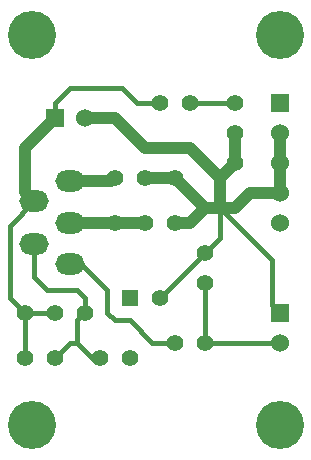
<source format=gbl>
G04 (created by PCBNEW (2013-07-07 BZR 4022)-stable) date 3/7/2014 1:37:03 AM*
%MOIN*%
G04 Gerber Fmt 3.4, Leading zero omitted, Abs format*
%FSLAX34Y34*%
G01*
G70*
G90*
G04 APERTURE LIST*
%ADD10C,0.00590551*%
%ADD11C,0.055*%
%ADD12R,0.06X0.06*%
%ADD13C,0.06*%
%ADD14R,0.055X0.055*%
%ADD15O,0.0984X0.0709*%
%ADD16C,0.16*%
%ADD17C,0.015*%
%ADD18C,0.04*%
G04 APERTURE END LIST*
G54D10*
G54D11*
X12000Y-16500D03*
X11000Y-16500D03*
X12000Y-14500D03*
X12000Y-13500D03*
X10500Y-8500D03*
X11500Y-8500D03*
X7000Y-17000D03*
X6000Y-17000D03*
X9500Y-17000D03*
X8500Y-17000D03*
G54D12*
X14500Y-8500D03*
G54D13*
X14500Y-9500D03*
X14500Y-10500D03*
X14500Y-11500D03*
X14500Y-12500D03*
G54D12*
X7000Y-9000D03*
G54D13*
X8000Y-9000D03*
G54D12*
X14500Y-15500D03*
G54D13*
X14500Y-16500D03*
G54D14*
X9500Y-15000D03*
G54D11*
X10500Y-15000D03*
X9000Y-11000D03*
X11000Y-11000D03*
X10000Y-11000D03*
X11000Y-12500D03*
X9000Y-12500D03*
X10000Y-12500D03*
X13000Y-8500D03*
X13000Y-10500D03*
X13000Y-9500D03*
X8000Y-15500D03*
X6000Y-15500D03*
X7000Y-15500D03*
G54D15*
X7496Y-12500D03*
X7496Y-13878D03*
X7496Y-11122D03*
X6315Y-11791D03*
X6315Y-13209D03*
G54D16*
X6250Y-6250D03*
X6250Y-19250D03*
X14500Y-6250D03*
X14500Y-19250D03*
G54D17*
X12000Y-13500D02*
X10500Y-15000D01*
X12500Y-12000D02*
X14250Y-13750D01*
X14250Y-15250D02*
X14500Y-15500D01*
X14250Y-13750D02*
X14250Y-15250D01*
X12500Y-12000D02*
X12500Y-13000D01*
X12500Y-13000D02*
X12000Y-13500D01*
G54D18*
X12000Y-12000D02*
X11500Y-12500D01*
X11500Y-12500D02*
X11000Y-12500D01*
X12500Y-12000D02*
X12000Y-12000D01*
X12000Y-12000D02*
X11000Y-11000D01*
X11000Y-11000D02*
X10000Y-11000D01*
X13000Y-9500D02*
X13000Y-10500D01*
X13000Y-10500D02*
X12500Y-11000D01*
X14500Y-9500D02*
X14500Y-10500D01*
X14500Y-10500D02*
X14500Y-11500D01*
X14500Y-11500D02*
X13500Y-11500D01*
X13500Y-11500D02*
X13000Y-12000D01*
X13000Y-12000D02*
X12500Y-12000D01*
X8000Y-9000D02*
X9000Y-9000D01*
X12500Y-11000D02*
X12500Y-12000D01*
X11500Y-10000D02*
X12500Y-11000D01*
X10000Y-10000D02*
X11500Y-10000D01*
X9000Y-9000D02*
X10000Y-10000D01*
G54D17*
X13000Y-8500D02*
X11500Y-8500D01*
X11000Y-16500D02*
X10250Y-16500D01*
X7878Y-13878D02*
X7496Y-13878D01*
X8750Y-14750D02*
X7878Y-13878D01*
X8750Y-15500D02*
X8750Y-14750D01*
X9000Y-15750D02*
X8750Y-15500D01*
X9500Y-15750D02*
X9000Y-15750D01*
X10250Y-16500D02*
X9500Y-15750D01*
X14500Y-16500D02*
X12000Y-16500D01*
X12000Y-14500D02*
X12000Y-16500D01*
X6000Y-15500D02*
X7000Y-15500D01*
X6000Y-17000D02*
X6000Y-15500D01*
X6000Y-15500D02*
X5500Y-15000D01*
X5500Y-15000D02*
X5500Y-12606D01*
X5500Y-12606D02*
X6315Y-11791D01*
X10500Y-8500D02*
X9750Y-8500D01*
X7000Y-8500D02*
X7000Y-9000D01*
X7500Y-8000D02*
X7000Y-8500D01*
X9250Y-8000D02*
X7500Y-8000D01*
X9750Y-8500D02*
X9250Y-8000D01*
G54D18*
X7000Y-9000D02*
X6500Y-9500D01*
X6000Y-11476D02*
X6315Y-11791D01*
X6000Y-10000D02*
X6000Y-11476D01*
X6500Y-9500D02*
X6000Y-10000D01*
G54D17*
X6315Y-13209D02*
X6315Y-14315D01*
X8000Y-15000D02*
X8000Y-15500D01*
X7750Y-14750D02*
X8000Y-15000D01*
X7250Y-14750D02*
X7750Y-14750D01*
X6750Y-14750D02*
X7250Y-14750D01*
X6315Y-14315D02*
X6750Y-14750D01*
X7750Y-16500D02*
X7500Y-16500D01*
X7500Y-16500D02*
X7000Y-17000D01*
X8500Y-17000D02*
X8250Y-17000D01*
X7750Y-15750D02*
X8000Y-15500D01*
X7750Y-16500D02*
X7750Y-15750D01*
X8250Y-17000D02*
X7750Y-16500D01*
G54D18*
X7496Y-11122D02*
X8878Y-11122D01*
X8878Y-11122D02*
X9000Y-11000D01*
X7496Y-12500D02*
X9000Y-12500D01*
X9000Y-12500D02*
X10000Y-12500D01*
M02*

</source>
